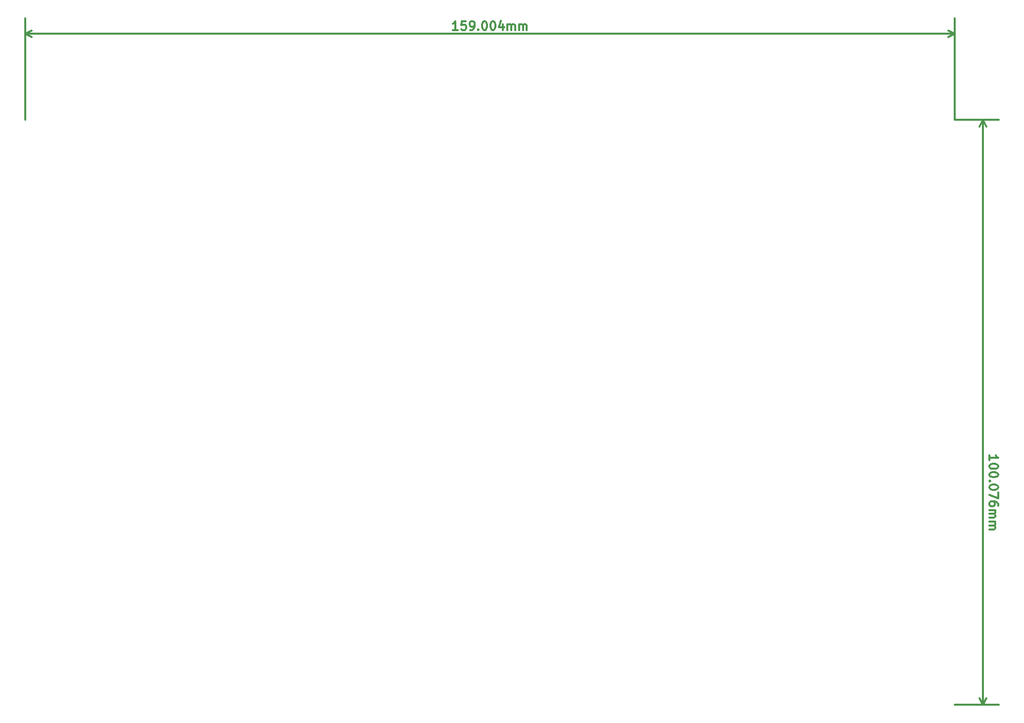
<source format=gbr>
G04 #@! TF.FileFunction,Other,Comment*
%FSLAX46Y46*%
G04 Gerber Fmt 4.6, Leading zero omitted, Abs format (unit mm)*
G04 Created by KiCad (PCBNEW (after 2015-mar-04 BZR unknown)-product) date 2015年08月08日土曜日 23:09:20*
%MOMM*%
G01*
G04 APERTURE LIST*
%ADD10C,0.100000*%
%ADD11C,0.300000*%
G04 APERTURE END LIST*
D10*
D11*
X164929429Y41821999D02*
X164929429Y42679142D01*
X164929429Y42250570D02*
X166429429Y42250570D01*
X166215143Y42393427D01*
X166072286Y42536285D01*
X166000857Y42679142D01*
X166429429Y40893428D02*
X166429429Y40750571D01*
X166358000Y40607714D01*
X166286571Y40536285D01*
X166143714Y40464856D01*
X165858000Y40393428D01*
X165500857Y40393428D01*
X165215143Y40464856D01*
X165072286Y40536285D01*
X165000857Y40607714D01*
X164929429Y40750571D01*
X164929429Y40893428D01*
X165000857Y41036285D01*
X165072286Y41107714D01*
X165215143Y41179142D01*
X165500857Y41250571D01*
X165858000Y41250571D01*
X166143714Y41179142D01*
X166286571Y41107714D01*
X166358000Y41036285D01*
X166429429Y40893428D01*
X166429429Y39464857D02*
X166429429Y39322000D01*
X166358000Y39179143D01*
X166286571Y39107714D01*
X166143714Y39036285D01*
X165858000Y38964857D01*
X165500857Y38964857D01*
X165215143Y39036285D01*
X165072286Y39107714D01*
X165000857Y39179143D01*
X164929429Y39322000D01*
X164929429Y39464857D01*
X165000857Y39607714D01*
X165072286Y39679143D01*
X165215143Y39750571D01*
X165500857Y39822000D01*
X165858000Y39822000D01*
X166143714Y39750571D01*
X166286571Y39679143D01*
X166358000Y39607714D01*
X166429429Y39464857D01*
X165072286Y38322000D02*
X165000857Y38250572D01*
X164929429Y38322000D01*
X165000857Y38393429D01*
X165072286Y38322000D01*
X164929429Y38322000D01*
X166429429Y37322000D02*
X166429429Y37179143D01*
X166358000Y37036286D01*
X166286571Y36964857D01*
X166143714Y36893428D01*
X165858000Y36822000D01*
X165500857Y36822000D01*
X165215143Y36893428D01*
X165072286Y36964857D01*
X165000857Y37036286D01*
X164929429Y37179143D01*
X164929429Y37322000D01*
X165000857Y37464857D01*
X165072286Y37536286D01*
X165215143Y37607714D01*
X165500857Y37679143D01*
X165858000Y37679143D01*
X166143714Y37607714D01*
X166286571Y37536286D01*
X166358000Y37464857D01*
X166429429Y37322000D01*
X166429429Y36322000D02*
X166429429Y35322000D01*
X164929429Y35964857D01*
X166429429Y34107715D02*
X166429429Y34393429D01*
X166358000Y34536286D01*
X166286571Y34607715D01*
X166072286Y34750572D01*
X165786571Y34822001D01*
X165215143Y34822001D01*
X165072286Y34750572D01*
X165000857Y34679144D01*
X164929429Y34536286D01*
X164929429Y34250572D01*
X165000857Y34107715D01*
X165072286Y34036286D01*
X165215143Y33964858D01*
X165572286Y33964858D01*
X165715143Y34036286D01*
X165786571Y34107715D01*
X165858000Y34250572D01*
X165858000Y34536286D01*
X165786571Y34679144D01*
X165715143Y34750572D01*
X165572286Y34822001D01*
X164929429Y33322001D02*
X165929429Y33322001D01*
X165786571Y33322001D02*
X165858000Y33250573D01*
X165929429Y33107715D01*
X165929429Y32893430D01*
X165858000Y32750573D01*
X165715143Y32679144D01*
X164929429Y32679144D01*
X165715143Y32679144D02*
X165858000Y32607715D01*
X165929429Y32464858D01*
X165929429Y32250573D01*
X165858000Y32107715D01*
X165715143Y32036287D01*
X164929429Y32036287D01*
X164929429Y31322001D02*
X165929429Y31322001D01*
X165786571Y31322001D02*
X165858000Y31250573D01*
X165929429Y31107715D01*
X165929429Y30893430D01*
X165858000Y30750573D01*
X165715143Y30679144D01*
X164929429Y30679144D01*
X165715143Y30679144D02*
X165858000Y30607715D01*
X165929429Y30464858D01*
X165929429Y30250573D01*
X165858000Y30107715D01*
X165715143Y30036287D01*
X164929429Y30036287D01*
X163830000Y100076000D02*
X163830000Y0D01*
X159004000Y100076000D02*
X166530000Y100076000D01*
X159004000Y0D02*
X166530000Y0D01*
X163830000Y0D02*
X163243579Y1126504D01*
X163830000Y0D02*
X164416421Y1126504D01*
X163830000Y100076000D02*
X163243579Y98949496D01*
X163830000Y100076000D02*
X164416421Y98949496D01*
X74002001Y115479429D02*
X73144858Y115479429D01*
X73573430Y115479429D02*
X73573430Y116979429D01*
X73430573Y116765143D01*
X73287715Y116622286D01*
X73144858Y116550857D01*
X75359144Y116979429D02*
X74644858Y116979429D01*
X74573429Y116265143D01*
X74644858Y116336571D01*
X74787715Y116408000D01*
X75144858Y116408000D01*
X75287715Y116336571D01*
X75359144Y116265143D01*
X75430572Y116122286D01*
X75430572Y115765143D01*
X75359144Y115622286D01*
X75287715Y115550857D01*
X75144858Y115479429D01*
X74787715Y115479429D01*
X74644858Y115550857D01*
X74573429Y115622286D01*
X76144857Y115479429D02*
X76430572Y115479429D01*
X76573429Y115550857D01*
X76644857Y115622286D01*
X76787715Y115836571D01*
X76859143Y116122286D01*
X76859143Y116693714D01*
X76787715Y116836571D01*
X76716286Y116908000D01*
X76573429Y116979429D01*
X76287715Y116979429D01*
X76144857Y116908000D01*
X76073429Y116836571D01*
X76002000Y116693714D01*
X76002000Y116336571D01*
X76073429Y116193714D01*
X76144857Y116122286D01*
X76287715Y116050857D01*
X76573429Y116050857D01*
X76716286Y116122286D01*
X76787715Y116193714D01*
X76859143Y116336571D01*
X77502000Y115622286D02*
X77573428Y115550857D01*
X77502000Y115479429D01*
X77430571Y115550857D01*
X77502000Y115622286D01*
X77502000Y115479429D01*
X78502000Y116979429D02*
X78644857Y116979429D01*
X78787714Y116908000D01*
X78859143Y116836571D01*
X78930572Y116693714D01*
X79002000Y116408000D01*
X79002000Y116050857D01*
X78930572Y115765143D01*
X78859143Y115622286D01*
X78787714Y115550857D01*
X78644857Y115479429D01*
X78502000Y115479429D01*
X78359143Y115550857D01*
X78287714Y115622286D01*
X78216286Y115765143D01*
X78144857Y116050857D01*
X78144857Y116408000D01*
X78216286Y116693714D01*
X78287714Y116836571D01*
X78359143Y116908000D01*
X78502000Y116979429D01*
X79930571Y116979429D02*
X80073428Y116979429D01*
X80216285Y116908000D01*
X80287714Y116836571D01*
X80359143Y116693714D01*
X80430571Y116408000D01*
X80430571Y116050857D01*
X80359143Y115765143D01*
X80287714Y115622286D01*
X80216285Y115550857D01*
X80073428Y115479429D01*
X79930571Y115479429D01*
X79787714Y115550857D01*
X79716285Y115622286D01*
X79644857Y115765143D01*
X79573428Y116050857D01*
X79573428Y116408000D01*
X79644857Y116693714D01*
X79716285Y116836571D01*
X79787714Y116908000D01*
X79930571Y116979429D01*
X81716285Y116479429D02*
X81716285Y115479429D01*
X81359142Y117050857D02*
X81001999Y115979429D01*
X81930571Y115979429D01*
X82501999Y115479429D02*
X82501999Y116479429D01*
X82501999Y116336571D02*
X82573427Y116408000D01*
X82716285Y116479429D01*
X82930570Y116479429D01*
X83073427Y116408000D01*
X83144856Y116265143D01*
X83144856Y115479429D01*
X83144856Y116265143D02*
X83216285Y116408000D01*
X83359142Y116479429D01*
X83573427Y116479429D01*
X83716285Y116408000D01*
X83787713Y116265143D01*
X83787713Y115479429D01*
X84501999Y115479429D02*
X84501999Y116479429D01*
X84501999Y116336571D02*
X84573427Y116408000D01*
X84716285Y116479429D01*
X84930570Y116479429D01*
X85073427Y116408000D01*
X85144856Y116265143D01*
X85144856Y115479429D01*
X85144856Y116265143D02*
X85216285Y116408000D01*
X85359142Y116479429D01*
X85573427Y116479429D01*
X85716285Y116408000D01*
X85787713Y116265143D01*
X85787713Y115479429D01*
X159004000Y114808000D02*
X0Y114808000D01*
X159004000Y100076000D02*
X159004000Y117508000D01*
X0Y100076000D02*
X0Y117508000D01*
X0Y114808000D02*
X1126504Y115394421D01*
X0Y114808000D02*
X1126504Y114221579D01*
X159004000Y114808000D02*
X157877496Y115394421D01*
X159004000Y114808000D02*
X157877496Y114221579D01*
M02*

</source>
